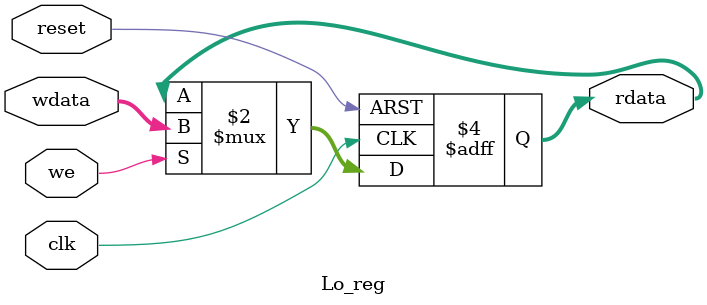
<source format=v>
module Lo_reg (
    input wire clk, // Src : clk
    input wire reset, // Src : reset
    input wire we, // Src : ctrl_hi_we
    input wire[31:0] wdata, // Src : GPR.rdata1(rs) / multCalculate.multResultHi / divCalculate.r

    output reg[31:0] rdata
);
    always @(posedge clk or posedge reset) begin
        if (reset) begin
            rdata <= 32'h00000000;
        end
        else if (we) begin
            rdata <= wdata;
        end
    end
endmodule
</source>
